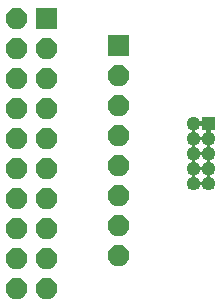
<source format=gbr>
G04 #@! TF.GenerationSoftware,KiCad,Pcbnew,(5.1.6-0-10_14)*
G04 #@! TF.CreationDate,2020-06-06T21:07:02+01:00*
G04 #@! TF.ProjectId,JLinkSWD,4a4c696e-6b53-4574-942e-6b696361645f,rev?*
G04 #@! TF.SameCoordinates,Original*
G04 #@! TF.FileFunction,Soldermask,Top*
G04 #@! TF.FilePolarity,Negative*
%FSLAX46Y46*%
G04 Gerber Fmt 4.6, Leading zero omitted, Abs format (unit mm)*
G04 Created by KiCad (PCBNEW (5.1.6-0-10_14)) date 2020-06-06 21:07:02*
%MOMM*%
%LPD*%
G01*
G04 APERTURE LIST*
%ADD10C,0.100000*%
G04 APERTURE END LIST*
D10*
G36*
X167499512Y-98163927D02*
G01*
X167648812Y-98193624D01*
X167812784Y-98261544D01*
X167960354Y-98360147D01*
X168085853Y-98485646D01*
X168184456Y-98633216D01*
X168252376Y-98797188D01*
X168287000Y-98971259D01*
X168287000Y-99148741D01*
X168252376Y-99322812D01*
X168184456Y-99486784D01*
X168085853Y-99634354D01*
X167960354Y-99759853D01*
X167812784Y-99858456D01*
X167648812Y-99926376D01*
X167499512Y-99956073D01*
X167474742Y-99961000D01*
X167297258Y-99961000D01*
X167272488Y-99956073D01*
X167123188Y-99926376D01*
X166959216Y-99858456D01*
X166811646Y-99759853D01*
X166686147Y-99634354D01*
X166587544Y-99486784D01*
X166519624Y-99322812D01*
X166485000Y-99148741D01*
X166485000Y-98971259D01*
X166519624Y-98797188D01*
X166587544Y-98633216D01*
X166686147Y-98485646D01*
X166811646Y-98360147D01*
X166959216Y-98261544D01*
X167123188Y-98193624D01*
X167272488Y-98163927D01*
X167297258Y-98159000D01*
X167474742Y-98159000D01*
X167499512Y-98163927D01*
G37*
G36*
X164959512Y-98163927D02*
G01*
X165108812Y-98193624D01*
X165272784Y-98261544D01*
X165420354Y-98360147D01*
X165545853Y-98485646D01*
X165644456Y-98633216D01*
X165712376Y-98797188D01*
X165747000Y-98971259D01*
X165747000Y-99148741D01*
X165712376Y-99322812D01*
X165644456Y-99486784D01*
X165545853Y-99634354D01*
X165420354Y-99759853D01*
X165272784Y-99858456D01*
X165108812Y-99926376D01*
X164959512Y-99956073D01*
X164934742Y-99961000D01*
X164757258Y-99961000D01*
X164732488Y-99956073D01*
X164583188Y-99926376D01*
X164419216Y-99858456D01*
X164271646Y-99759853D01*
X164146147Y-99634354D01*
X164047544Y-99486784D01*
X163979624Y-99322812D01*
X163945000Y-99148741D01*
X163945000Y-98971259D01*
X163979624Y-98797188D01*
X164047544Y-98633216D01*
X164146147Y-98485646D01*
X164271646Y-98360147D01*
X164419216Y-98261544D01*
X164583188Y-98193624D01*
X164732488Y-98163927D01*
X164757258Y-98159000D01*
X164934742Y-98159000D01*
X164959512Y-98163927D01*
G37*
G36*
X167499512Y-95623927D02*
G01*
X167648812Y-95653624D01*
X167812784Y-95721544D01*
X167960354Y-95820147D01*
X168085853Y-95945646D01*
X168184456Y-96093216D01*
X168252376Y-96257188D01*
X168287000Y-96431259D01*
X168287000Y-96608741D01*
X168252376Y-96782812D01*
X168184456Y-96946784D01*
X168085853Y-97094354D01*
X167960354Y-97219853D01*
X167812784Y-97318456D01*
X167648812Y-97386376D01*
X167499512Y-97416073D01*
X167474742Y-97421000D01*
X167297258Y-97421000D01*
X167272488Y-97416073D01*
X167123188Y-97386376D01*
X166959216Y-97318456D01*
X166811646Y-97219853D01*
X166686147Y-97094354D01*
X166587544Y-96946784D01*
X166519624Y-96782812D01*
X166485000Y-96608741D01*
X166485000Y-96431259D01*
X166519624Y-96257188D01*
X166587544Y-96093216D01*
X166686147Y-95945646D01*
X166811646Y-95820147D01*
X166959216Y-95721544D01*
X167123188Y-95653624D01*
X167272488Y-95623927D01*
X167297258Y-95619000D01*
X167474742Y-95619000D01*
X167499512Y-95623927D01*
G37*
G36*
X164959512Y-95623927D02*
G01*
X165108812Y-95653624D01*
X165272784Y-95721544D01*
X165420354Y-95820147D01*
X165545853Y-95945646D01*
X165644456Y-96093216D01*
X165712376Y-96257188D01*
X165747000Y-96431259D01*
X165747000Y-96608741D01*
X165712376Y-96782812D01*
X165644456Y-96946784D01*
X165545853Y-97094354D01*
X165420354Y-97219853D01*
X165272784Y-97318456D01*
X165108812Y-97386376D01*
X164959512Y-97416073D01*
X164934742Y-97421000D01*
X164757258Y-97421000D01*
X164732488Y-97416073D01*
X164583188Y-97386376D01*
X164419216Y-97318456D01*
X164271646Y-97219853D01*
X164146147Y-97094354D01*
X164047544Y-96946784D01*
X163979624Y-96782812D01*
X163945000Y-96608741D01*
X163945000Y-96431259D01*
X163979624Y-96257188D01*
X164047544Y-96093216D01*
X164146147Y-95945646D01*
X164271646Y-95820147D01*
X164419216Y-95721544D01*
X164583188Y-95653624D01*
X164732488Y-95623927D01*
X164757258Y-95619000D01*
X164934742Y-95619000D01*
X164959512Y-95623927D01*
G37*
G36*
X173595512Y-95369927D02*
G01*
X173744812Y-95399624D01*
X173908784Y-95467544D01*
X174056354Y-95566147D01*
X174181853Y-95691646D01*
X174280456Y-95839216D01*
X174348376Y-96003188D01*
X174383000Y-96177259D01*
X174383000Y-96354741D01*
X174348376Y-96528812D01*
X174280456Y-96692784D01*
X174181853Y-96840354D01*
X174056354Y-96965853D01*
X173908784Y-97064456D01*
X173744812Y-97132376D01*
X173595512Y-97162073D01*
X173570742Y-97167000D01*
X173393258Y-97167000D01*
X173368488Y-97162073D01*
X173219188Y-97132376D01*
X173055216Y-97064456D01*
X172907646Y-96965853D01*
X172782147Y-96840354D01*
X172683544Y-96692784D01*
X172615624Y-96528812D01*
X172581000Y-96354741D01*
X172581000Y-96177259D01*
X172615624Y-96003188D01*
X172683544Y-95839216D01*
X172782147Y-95691646D01*
X172907646Y-95566147D01*
X173055216Y-95467544D01*
X173219188Y-95399624D01*
X173368488Y-95369927D01*
X173393258Y-95365000D01*
X173570742Y-95365000D01*
X173595512Y-95369927D01*
G37*
G36*
X167499512Y-93083927D02*
G01*
X167648812Y-93113624D01*
X167812784Y-93181544D01*
X167960354Y-93280147D01*
X168085853Y-93405646D01*
X168184456Y-93553216D01*
X168252376Y-93717188D01*
X168287000Y-93891259D01*
X168287000Y-94068741D01*
X168252376Y-94242812D01*
X168184456Y-94406784D01*
X168085853Y-94554354D01*
X167960354Y-94679853D01*
X167812784Y-94778456D01*
X167648812Y-94846376D01*
X167499512Y-94876073D01*
X167474742Y-94881000D01*
X167297258Y-94881000D01*
X167272488Y-94876073D01*
X167123188Y-94846376D01*
X166959216Y-94778456D01*
X166811646Y-94679853D01*
X166686147Y-94554354D01*
X166587544Y-94406784D01*
X166519624Y-94242812D01*
X166485000Y-94068741D01*
X166485000Y-93891259D01*
X166519624Y-93717188D01*
X166587544Y-93553216D01*
X166686147Y-93405646D01*
X166811646Y-93280147D01*
X166959216Y-93181544D01*
X167123188Y-93113624D01*
X167272488Y-93083927D01*
X167297258Y-93079000D01*
X167474742Y-93079000D01*
X167499512Y-93083927D01*
G37*
G36*
X164959512Y-93083927D02*
G01*
X165108812Y-93113624D01*
X165272784Y-93181544D01*
X165420354Y-93280147D01*
X165545853Y-93405646D01*
X165644456Y-93553216D01*
X165712376Y-93717188D01*
X165747000Y-93891259D01*
X165747000Y-94068741D01*
X165712376Y-94242812D01*
X165644456Y-94406784D01*
X165545853Y-94554354D01*
X165420354Y-94679853D01*
X165272784Y-94778456D01*
X165108812Y-94846376D01*
X164959512Y-94876073D01*
X164934742Y-94881000D01*
X164757258Y-94881000D01*
X164732488Y-94876073D01*
X164583188Y-94846376D01*
X164419216Y-94778456D01*
X164271646Y-94679853D01*
X164146147Y-94554354D01*
X164047544Y-94406784D01*
X163979624Y-94242812D01*
X163945000Y-94068741D01*
X163945000Y-93891259D01*
X163979624Y-93717188D01*
X164047544Y-93553216D01*
X164146147Y-93405646D01*
X164271646Y-93280147D01*
X164419216Y-93181544D01*
X164583188Y-93113624D01*
X164732488Y-93083927D01*
X164757258Y-93079000D01*
X164934742Y-93079000D01*
X164959512Y-93083927D01*
G37*
G36*
X173595512Y-92829927D02*
G01*
X173744812Y-92859624D01*
X173908784Y-92927544D01*
X174056354Y-93026147D01*
X174181853Y-93151646D01*
X174280456Y-93299216D01*
X174348376Y-93463188D01*
X174383000Y-93637259D01*
X174383000Y-93814741D01*
X174348376Y-93988812D01*
X174280456Y-94152784D01*
X174181853Y-94300354D01*
X174056354Y-94425853D01*
X173908784Y-94524456D01*
X173744812Y-94592376D01*
X173595512Y-94622073D01*
X173570742Y-94627000D01*
X173393258Y-94627000D01*
X173368488Y-94622073D01*
X173219188Y-94592376D01*
X173055216Y-94524456D01*
X172907646Y-94425853D01*
X172782147Y-94300354D01*
X172683544Y-94152784D01*
X172615624Y-93988812D01*
X172581000Y-93814741D01*
X172581000Y-93637259D01*
X172615624Y-93463188D01*
X172683544Y-93299216D01*
X172782147Y-93151646D01*
X172907646Y-93026147D01*
X173055216Y-92927544D01*
X173219188Y-92859624D01*
X173368488Y-92829927D01*
X173393258Y-92825000D01*
X173570742Y-92825000D01*
X173595512Y-92829927D01*
G37*
G36*
X167499512Y-90543927D02*
G01*
X167648812Y-90573624D01*
X167812784Y-90641544D01*
X167960354Y-90740147D01*
X168085853Y-90865646D01*
X168184456Y-91013216D01*
X168252376Y-91177188D01*
X168287000Y-91351259D01*
X168287000Y-91528741D01*
X168252376Y-91702812D01*
X168184456Y-91866784D01*
X168085853Y-92014354D01*
X167960354Y-92139853D01*
X167812784Y-92238456D01*
X167648812Y-92306376D01*
X167499512Y-92336073D01*
X167474742Y-92341000D01*
X167297258Y-92341000D01*
X167272488Y-92336073D01*
X167123188Y-92306376D01*
X166959216Y-92238456D01*
X166811646Y-92139853D01*
X166686147Y-92014354D01*
X166587544Y-91866784D01*
X166519624Y-91702812D01*
X166485000Y-91528741D01*
X166485000Y-91351259D01*
X166519624Y-91177188D01*
X166587544Y-91013216D01*
X166686147Y-90865646D01*
X166811646Y-90740147D01*
X166959216Y-90641544D01*
X167123188Y-90573624D01*
X167272488Y-90543927D01*
X167297258Y-90539000D01*
X167474742Y-90539000D01*
X167499512Y-90543927D01*
G37*
G36*
X164959512Y-90543927D02*
G01*
X165108812Y-90573624D01*
X165272784Y-90641544D01*
X165420354Y-90740147D01*
X165545853Y-90865646D01*
X165644456Y-91013216D01*
X165712376Y-91177188D01*
X165747000Y-91351259D01*
X165747000Y-91528741D01*
X165712376Y-91702812D01*
X165644456Y-91866784D01*
X165545853Y-92014354D01*
X165420354Y-92139853D01*
X165272784Y-92238456D01*
X165108812Y-92306376D01*
X164959512Y-92336073D01*
X164934742Y-92341000D01*
X164757258Y-92341000D01*
X164732488Y-92336073D01*
X164583188Y-92306376D01*
X164419216Y-92238456D01*
X164271646Y-92139853D01*
X164146147Y-92014354D01*
X164047544Y-91866784D01*
X163979624Y-91702812D01*
X163945000Y-91528741D01*
X163945000Y-91351259D01*
X163979624Y-91177188D01*
X164047544Y-91013216D01*
X164146147Y-90865646D01*
X164271646Y-90740147D01*
X164419216Y-90641544D01*
X164583188Y-90573624D01*
X164732488Y-90543927D01*
X164757258Y-90539000D01*
X164934742Y-90539000D01*
X164959512Y-90543927D01*
G37*
G36*
X173595512Y-90289927D02*
G01*
X173744812Y-90319624D01*
X173908784Y-90387544D01*
X174056354Y-90486147D01*
X174181853Y-90611646D01*
X174280456Y-90759216D01*
X174348376Y-90923188D01*
X174383000Y-91097259D01*
X174383000Y-91274741D01*
X174348376Y-91448812D01*
X174280456Y-91612784D01*
X174181853Y-91760354D01*
X174056354Y-91885853D01*
X173908784Y-91984456D01*
X173744812Y-92052376D01*
X173595512Y-92082073D01*
X173570742Y-92087000D01*
X173393258Y-92087000D01*
X173368488Y-92082073D01*
X173219188Y-92052376D01*
X173055216Y-91984456D01*
X172907646Y-91885853D01*
X172782147Y-91760354D01*
X172683544Y-91612784D01*
X172615624Y-91448812D01*
X172581000Y-91274741D01*
X172581000Y-91097259D01*
X172615624Y-90923188D01*
X172683544Y-90759216D01*
X172782147Y-90611646D01*
X172907646Y-90486147D01*
X173055216Y-90387544D01*
X173219188Y-90319624D01*
X173368488Y-90289927D01*
X173393258Y-90285000D01*
X173570742Y-90285000D01*
X173595512Y-90289927D01*
G37*
G36*
X179992721Y-84560174D02*
G01*
X180092995Y-84601709D01*
X180137812Y-84631655D01*
X180183242Y-84662010D01*
X180259990Y-84738758D01*
X180259991Y-84738760D01*
X180322068Y-84831664D01*
X180337614Y-84850606D01*
X180356556Y-84866151D01*
X180378167Y-84877702D01*
X180401615Y-84884815D01*
X180426002Y-84887217D01*
X180450388Y-84884815D01*
X180473837Y-84877702D01*
X180495447Y-84866151D01*
X180514389Y-84850605D01*
X180529934Y-84831663D01*
X180541485Y-84810052D01*
X180548598Y-84786604D01*
X180551000Y-84762218D01*
X180551000Y-84539000D01*
X181653000Y-84539000D01*
X181653000Y-85641000D01*
X181429782Y-85641000D01*
X181405396Y-85643402D01*
X181381947Y-85650515D01*
X181360336Y-85662066D01*
X181341394Y-85677611D01*
X181325849Y-85696553D01*
X181314298Y-85718164D01*
X181307185Y-85741613D01*
X181304783Y-85765999D01*
X181307185Y-85790385D01*
X181314298Y-85813834D01*
X181325849Y-85835445D01*
X181341394Y-85854387D01*
X181360336Y-85869932D01*
X181421816Y-85911012D01*
X181453242Y-85932010D01*
X181529990Y-86008758D01*
X181529991Y-86008760D01*
X181590291Y-86099005D01*
X181631826Y-86199279D01*
X181653000Y-86305730D01*
X181653000Y-86414270D01*
X181631826Y-86520721D01*
X181590291Y-86620995D01*
X181589077Y-86622812D01*
X181529990Y-86711242D01*
X181453242Y-86787990D01*
X181426509Y-86805852D01*
X181362995Y-86848291D01*
X181287611Y-86879516D01*
X181266000Y-86891067D01*
X181247059Y-86906612D01*
X181231513Y-86925554D01*
X181219962Y-86947165D01*
X181212849Y-86970614D01*
X181210447Y-86995000D01*
X181212849Y-87019386D01*
X181219962Y-87042835D01*
X181231513Y-87064446D01*
X181247058Y-87083387D01*
X181266000Y-87098933D01*
X181287611Y-87110484D01*
X181362995Y-87141709D01*
X181407812Y-87171655D01*
X181453242Y-87202010D01*
X181529990Y-87278758D01*
X181529991Y-87278760D01*
X181590291Y-87369005D01*
X181631826Y-87469279D01*
X181653000Y-87575730D01*
X181653000Y-87684270D01*
X181631826Y-87790721D01*
X181590291Y-87890995D01*
X181590290Y-87890996D01*
X181529990Y-87981242D01*
X181453242Y-88057990D01*
X181407812Y-88088345D01*
X181362995Y-88118291D01*
X181287611Y-88149516D01*
X181266000Y-88161067D01*
X181247059Y-88176612D01*
X181231513Y-88195554D01*
X181219962Y-88217165D01*
X181212849Y-88240614D01*
X181210447Y-88265000D01*
X181212849Y-88289386D01*
X181219962Y-88312835D01*
X181231513Y-88334446D01*
X181247058Y-88353387D01*
X181266000Y-88368933D01*
X181287611Y-88380484D01*
X181362995Y-88411709D01*
X181362996Y-88411710D01*
X181453242Y-88472010D01*
X181529990Y-88548758D01*
X181529991Y-88548760D01*
X181590291Y-88639005D01*
X181631826Y-88739279D01*
X181653000Y-88845730D01*
X181653000Y-88954270D01*
X181631826Y-89060721D01*
X181590291Y-89160995D01*
X181589077Y-89162812D01*
X181529990Y-89251242D01*
X181453242Y-89327990D01*
X181426509Y-89345852D01*
X181362995Y-89388291D01*
X181287611Y-89419516D01*
X181266000Y-89431067D01*
X181247059Y-89446612D01*
X181231513Y-89465554D01*
X181219962Y-89487165D01*
X181212849Y-89510614D01*
X181210447Y-89535000D01*
X181212849Y-89559386D01*
X181219962Y-89582835D01*
X181231513Y-89604446D01*
X181247058Y-89623387D01*
X181266000Y-89638933D01*
X181287611Y-89650484D01*
X181362995Y-89681709D01*
X181407812Y-89711655D01*
X181453242Y-89742010D01*
X181529990Y-89818758D01*
X181529991Y-89818760D01*
X181590291Y-89909005D01*
X181631826Y-90009279D01*
X181653000Y-90115730D01*
X181653000Y-90224270D01*
X181631826Y-90330721D01*
X181590291Y-90430995D01*
X181590290Y-90430996D01*
X181529990Y-90521242D01*
X181453242Y-90597990D01*
X181407812Y-90628345D01*
X181362995Y-90658291D01*
X181262721Y-90699826D01*
X181156270Y-90721000D01*
X181047730Y-90721000D01*
X180941279Y-90699826D01*
X180841005Y-90658291D01*
X180796188Y-90628345D01*
X180750758Y-90597990D01*
X180674010Y-90521242D01*
X180613710Y-90430996D01*
X180613709Y-90430995D01*
X180582484Y-90355611D01*
X180570933Y-90334000D01*
X180555388Y-90315059D01*
X180536446Y-90299513D01*
X180514835Y-90287962D01*
X180491386Y-90280849D01*
X180467000Y-90278447D01*
X180442614Y-90280849D01*
X180419165Y-90287962D01*
X180397554Y-90299513D01*
X180378613Y-90315058D01*
X180363067Y-90334000D01*
X180351516Y-90355611D01*
X180320291Y-90430995D01*
X180320290Y-90430996D01*
X180259990Y-90521242D01*
X180183242Y-90597990D01*
X180137812Y-90628345D01*
X180092995Y-90658291D01*
X179992721Y-90699826D01*
X179886270Y-90721000D01*
X179777730Y-90721000D01*
X179671279Y-90699826D01*
X179571005Y-90658291D01*
X179526188Y-90628345D01*
X179480758Y-90597990D01*
X179404010Y-90521242D01*
X179343710Y-90430996D01*
X179343709Y-90430995D01*
X179302174Y-90330721D01*
X179281000Y-90224270D01*
X179281000Y-90115730D01*
X179302174Y-90009279D01*
X179343709Y-89909005D01*
X179404009Y-89818760D01*
X179404010Y-89818758D01*
X179480758Y-89742010D01*
X179526188Y-89711655D01*
X179571005Y-89681709D01*
X179646389Y-89650484D01*
X179668000Y-89638933D01*
X179686941Y-89623388D01*
X179702487Y-89604446D01*
X179714038Y-89582835D01*
X179721151Y-89559386D01*
X179723553Y-89535000D01*
X179940447Y-89535000D01*
X179942849Y-89559386D01*
X179949962Y-89582835D01*
X179961513Y-89604446D01*
X179977058Y-89623387D01*
X179996000Y-89638933D01*
X180017611Y-89650484D01*
X180092995Y-89681709D01*
X180137812Y-89711655D01*
X180183242Y-89742010D01*
X180259990Y-89818758D01*
X180259991Y-89818760D01*
X180320291Y-89909005D01*
X180351516Y-89984389D01*
X180363067Y-90006000D01*
X180378612Y-90024941D01*
X180397554Y-90040487D01*
X180419165Y-90052038D01*
X180442614Y-90059151D01*
X180467000Y-90061553D01*
X180491386Y-90059151D01*
X180514835Y-90052038D01*
X180536446Y-90040487D01*
X180555387Y-90024942D01*
X180570933Y-90006000D01*
X180582484Y-89984389D01*
X180613709Y-89909005D01*
X180674009Y-89818760D01*
X180674010Y-89818758D01*
X180750758Y-89742010D01*
X180796188Y-89711655D01*
X180841005Y-89681709D01*
X180916389Y-89650484D01*
X180938000Y-89638933D01*
X180956941Y-89623388D01*
X180972487Y-89604446D01*
X180984038Y-89582835D01*
X180991151Y-89559386D01*
X180993553Y-89535000D01*
X180991151Y-89510614D01*
X180984038Y-89487165D01*
X180972487Y-89465554D01*
X180956942Y-89446613D01*
X180938000Y-89431067D01*
X180916389Y-89419516D01*
X180841005Y-89388291D01*
X180777491Y-89345852D01*
X180750758Y-89327990D01*
X180674010Y-89251242D01*
X180614923Y-89162812D01*
X180613709Y-89160995D01*
X180582484Y-89085611D01*
X180570933Y-89064000D01*
X180555388Y-89045059D01*
X180536446Y-89029513D01*
X180514835Y-89017962D01*
X180491386Y-89010849D01*
X180467000Y-89008447D01*
X180442614Y-89010849D01*
X180419165Y-89017962D01*
X180397554Y-89029513D01*
X180378613Y-89045058D01*
X180363067Y-89064000D01*
X180351516Y-89085611D01*
X180320291Y-89160995D01*
X180319077Y-89162812D01*
X180259990Y-89251242D01*
X180183242Y-89327990D01*
X180156509Y-89345852D01*
X180092995Y-89388291D01*
X180017611Y-89419516D01*
X179996000Y-89431067D01*
X179977059Y-89446612D01*
X179961513Y-89465554D01*
X179949962Y-89487165D01*
X179942849Y-89510614D01*
X179940447Y-89535000D01*
X179723553Y-89535000D01*
X179721151Y-89510614D01*
X179714038Y-89487165D01*
X179702487Y-89465554D01*
X179686942Y-89446613D01*
X179668000Y-89431067D01*
X179646389Y-89419516D01*
X179571005Y-89388291D01*
X179507491Y-89345852D01*
X179480758Y-89327990D01*
X179404010Y-89251242D01*
X179344923Y-89162812D01*
X179343709Y-89160995D01*
X179302174Y-89060721D01*
X179281000Y-88954270D01*
X179281000Y-88845730D01*
X179302174Y-88739279D01*
X179343709Y-88639005D01*
X179404009Y-88548760D01*
X179404010Y-88548758D01*
X179480758Y-88472010D01*
X179571004Y-88411710D01*
X179571005Y-88411709D01*
X179646389Y-88380484D01*
X179668000Y-88368933D01*
X179686941Y-88353388D01*
X179702487Y-88334446D01*
X179714038Y-88312835D01*
X179721151Y-88289386D01*
X179723553Y-88265000D01*
X179940447Y-88265000D01*
X179942849Y-88289386D01*
X179949962Y-88312835D01*
X179961513Y-88334446D01*
X179977058Y-88353387D01*
X179996000Y-88368933D01*
X180017611Y-88380484D01*
X180092995Y-88411709D01*
X180092996Y-88411710D01*
X180183242Y-88472010D01*
X180259990Y-88548758D01*
X180259991Y-88548760D01*
X180320291Y-88639005D01*
X180351516Y-88714389D01*
X180363067Y-88736000D01*
X180378612Y-88754941D01*
X180397554Y-88770487D01*
X180419165Y-88782038D01*
X180442614Y-88789151D01*
X180467000Y-88791553D01*
X180491386Y-88789151D01*
X180514835Y-88782038D01*
X180536446Y-88770487D01*
X180555387Y-88754942D01*
X180570933Y-88736000D01*
X180582484Y-88714389D01*
X180613709Y-88639005D01*
X180674009Y-88548760D01*
X180674010Y-88548758D01*
X180750758Y-88472010D01*
X180841004Y-88411710D01*
X180841005Y-88411709D01*
X180916389Y-88380484D01*
X180938000Y-88368933D01*
X180956941Y-88353388D01*
X180972487Y-88334446D01*
X180984038Y-88312835D01*
X180991151Y-88289386D01*
X180993553Y-88265000D01*
X180991151Y-88240614D01*
X180984038Y-88217165D01*
X180972487Y-88195554D01*
X180956942Y-88176613D01*
X180938000Y-88161067D01*
X180916389Y-88149516D01*
X180841005Y-88118291D01*
X180796188Y-88088345D01*
X180750758Y-88057990D01*
X180674010Y-87981242D01*
X180613710Y-87890996D01*
X180613709Y-87890995D01*
X180582484Y-87815611D01*
X180570933Y-87794000D01*
X180555388Y-87775059D01*
X180536446Y-87759513D01*
X180514835Y-87747962D01*
X180491386Y-87740849D01*
X180467000Y-87738447D01*
X180442614Y-87740849D01*
X180419165Y-87747962D01*
X180397554Y-87759513D01*
X180378613Y-87775058D01*
X180363067Y-87794000D01*
X180351516Y-87815611D01*
X180320291Y-87890995D01*
X180320290Y-87890996D01*
X180259990Y-87981242D01*
X180183242Y-88057990D01*
X180137812Y-88088345D01*
X180092995Y-88118291D01*
X180017611Y-88149516D01*
X179996000Y-88161067D01*
X179977059Y-88176612D01*
X179961513Y-88195554D01*
X179949962Y-88217165D01*
X179942849Y-88240614D01*
X179940447Y-88265000D01*
X179723553Y-88265000D01*
X179721151Y-88240614D01*
X179714038Y-88217165D01*
X179702487Y-88195554D01*
X179686942Y-88176613D01*
X179668000Y-88161067D01*
X179646389Y-88149516D01*
X179571005Y-88118291D01*
X179526188Y-88088345D01*
X179480758Y-88057990D01*
X179404010Y-87981242D01*
X179343710Y-87890996D01*
X179343709Y-87890995D01*
X179302174Y-87790721D01*
X179281000Y-87684270D01*
X179281000Y-87575730D01*
X179302174Y-87469279D01*
X179343709Y-87369005D01*
X179404009Y-87278760D01*
X179404010Y-87278758D01*
X179480758Y-87202010D01*
X179526188Y-87171655D01*
X179571005Y-87141709D01*
X179646389Y-87110484D01*
X179668000Y-87098933D01*
X179686941Y-87083388D01*
X179702487Y-87064446D01*
X179714038Y-87042835D01*
X179721151Y-87019386D01*
X179723553Y-86995000D01*
X179940447Y-86995000D01*
X179942849Y-87019386D01*
X179949962Y-87042835D01*
X179961513Y-87064446D01*
X179977058Y-87083387D01*
X179996000Y-87098933D01*
X180017611Y-87110484D01*
X180092995Y-87141709D01*
X180137812Y-87171655D01*
X180183242Y-87202010D01*
X180259990Y-87278758D01*
X180259991Y-87278760D01*
X180320291Y-87369005D01*
X180351516Y-87444389D01*
X180363067Y-87466000D01*
X180378612Y-87484941D01*
X180397554Y-87500487D01*
X180419165Y-87512038D01*
X180442614Y-87519151D01*
X180467000Y-87521553D01*
X180491386Y-87519151D01*
X180514835Y-87512038D01*
X180536446Y-87500487D01*
X180555387Y-87484942D01*
X180570933Y-87466000D01*
X180582484Y-87444389D01*
X180613709Y-87369005D01*
X180674009Y-87278760D01*
X180674010Y-87278758D01*
X180750758Y-87202010D01*
X180796188Y-87171655D01*
X180841005Y-87141709D01*
X180916389Y-87110484D01*
X180938000Y-87098933D01*
X180956941Y-87083388D01*
X180972487Y-87064446D01*
X180984038Y-87042835D01*
X180991151Y-87019386D01*
X180993553Y-86995000D01*
X180991151Y-86970614D01*
X180984038Y-86947165D01*
X180972487Y-86925554D01*
X180956942Y-86906613D01*
X180938000Y-86891067D01*
X180916389Y-86879516D01*
X180841005Y-86848291D01*
X180777491Y-86805852D01*
X180750758Y-86787990D01*
X180674010Y-86711242D01*
X180614923Y-86622812D01*
X180613709Y-86620995D01*
X180582484Y-86545611D01*
X180570933Y-86524000D01*
X180555388Y-86505059D01*
X180536446Y-86489513D01*
X180514835Y-86477962D01*
X180491386Y-86470849D01*
X180467000Y-86468447D01*
X180442614Y-86470849D01*
X180419165Y-86477962D01*
X180397554Y-86489513D01*
X180378613Y-86505058D01*
X180363067Y-86524000D01*
X180351516Y-86545611D01*
X180320291Y-86620995D01*
X180319077Y-86622812D01*
X180259990Y-86711242D01*
X180183242Y-86787990D01*
X180156509Y-86805852D01*
X180092995Y-86848291D01*
X180017611Y-86879516D01*
X179996000Y-86891067D01*
X179977059Y-86906612D01*
X179961513Y-86925554D01*
X179949962Y-86947165D01*
X179942849Y-86970614D01*
X179940447Y-86995000D01*
X179723553Y-86995000D01*
X179721151Y-86970614D01*
X179714038Y-86947165D01*
X179702487Y-86925554D01*
X179686942Y-86906613D01*
X179668000Y-86891067D01*
X179646389Y-86879516D01*
X179571005Y-86848291D01*
X179507491Y-86805852D01*
X179480758Y-86787990D01*
X179404010Y-86711242D01*
X179344923Y-86622812D01*
X179343709Y-86620995D01*
X179302174Y-86520721D01*
X179281000Y-86414270D01*
X179281000Y-86305730D01*
X179302174Y-86199279D01*
X179343709Y-86099005D01*
X179404009Y-86008760D01*
X179404010Y-86008758D01*
X179480758Y-85932010D01*
X179571004Y-85871710D01*
X179571005Y-85871709D01*
X179646389Y-85840484D01*
X179668000Y-85828933D01*
X179686941Y-85813388D01*
X179702487Y-85794446D01*
X179714038Y-85772835D01*
X179721151Y-85749386D01*
X179723553Y-85725000D01*
X179940447Y-85725000D01*
X179942849Y-85749386D01*
X179949962Y-85772835D01*
X179961513Y-85794446D01*
X179977058Y-85813387D01*
X179996000Y-85828933D01*
X180017611Y-85840484D01*
X180092995Y-85871709D01*
X180092996Y-85871710D01*
X180183242Y-85932010D01*
X180259990Y-86008758D01*
X180259991Y-86008760D01*
X180320291Y-86099005D01*
X180351516Y-86174389D01*
X180363067Y-86196000D01*
X180378612Y-86214941D01*
X180397554Y-86230487D01*
X180419165Y-86242038D01*
X180442614Y-86249151D01*
X180467000Y-86251553D01*
X180491386Y-86249151D01*
X180514835Y-86242038D01*
X180536446Y-86230487D01*
X180555387Y-86214942D01*
X180570933Y-86196000D01*
X180582484Y-86174389D01*
X180613709Y-86099005D01*
X180674009Y-86008760D01*
X180674010Y-86008758D01*
X180750758Y-85932010D01*
X180782184Y-85911012D01*
X180843664Y-85869932D01*
X180862606Y-85854386D01*
X180878151Y-85835444D01*
X180889702Y-85813833D01*
X180896815Y-85790385D01*
X180899217Y-85765998D01*
X180896815Y-85741612D01*
X180889702Y-85718163D01*
X180878151Y-85696553D01*
X180862605Y-85677611D01*
X180843663Y-85662066D01*
X180822052Y-85650515D01*
X180798604Y-85643402D01*
X180774218Y-85641000D01*
X180551000Y-85641000D01*
X180551000Y-85417782D01*
X180548598Y-85393396D01*
X180541485Y-85369947D01*
X180529934Y-85348336D01*
X180514389Y-85329394D01*
X180495447Y-85313849D01*
X180473836Y-85302298D01*
X180450387Y-85295185D01*
X180426001Y-85292783D01*
X180401615Y-85295185D01*
X180378166Y-85302298D01*
X180356555Y-85313849D01*
X180337613Y-85329394D01*
X180322068Y-85348336D01*
X180283440Y-85406147D01*
X180259990Y-85441242D01*
X180183242Y-85517990D01*
X180137812Y-85548345D01*
X180092995Y-85578291D01*
X180017611Y-85609516D01*
X179996000Y-85621067D01*
X179977059Y-85636612D01*
X179961513Y-85655554D01*
X179949962Y-85677165D01*
X179942849Y-85700614D01*
X179940447Y-85725000D01*
X179723553Y-85725000D01*
X179721151Y-85700614D01*
X179714038Y-85677165D01*
X179702487Y-85655554D01*
X179686942Y-85636613D01*
X179668000Y-85621067D01*
X179646389Y-85609516D01*
X179571005Y-85578291D01*
X179526188Y-85548345D01*
X179480758Y-85517990D01*
X179404010Y-85441242D01*
X179372041Y-85393396D01*
X179343709Y-85350995D01*
X179302174Y-85250721D01*
X179281000Y-85144270D01*
X179281000Y-85035730D01*
X179302174Y-84929279D01*
X179343709Y-84829005D01*
X179404009Y-84738760D01*
X179404010Y-84738758D01*
X179480758Y-84662010D01*
X179526188Y-84631655D01*
X179571005Y-84601709D01*
X179671279Y-84560174D01*
X179777730Y-84539000D01*
X179886270Y-84539000D01*
X179992721Y-84560174D01*
G37*
G36*
X167499512Y-88003927D02*
G01*
X167648812Y-88033624D01*
X167812784Y-88101544D01*
X167960354Y-88200147D01*
X168085853Y-88325646D01*
X168184456Y-88473216D01*
X168252376Y-88637188D01*
X168287000Y-88811259D01*
X168287000Y-88988741D01*
X168252376Y-89162812D01*
X168184456Y-89326784D01*
X168085853Y-89474354D01*
X167960354Y-89599853D01*
X167812784Y-89698456D01*
X167648812Y-89766376D01*
X167499512Y-89796073D01*
X167474742Y-89801000D01*
X167297258Y-89801000D01*
X167272488Y-89796073D01*
X167123188Y-89766376D01*
X166959216Y-89698456D01*
X166811646Y-89599853D01*
X166686147Y-89474354D01*
X166587544Y-89326784D01*
X166519624Y-89162812D01*
X166485000Y-88988741D01*
X166485000Y-88811259D01*
X166519624Y-88637188D01*
X166587544Y-88473216D01*
X166686147Y-88325646D01*
X166811646Y-88200147D01*
X166959216Y-88101544D01*
X167123188Y-88033624D01*
X167272488Y-88003927D01*
X167297258Y-87999000D01*
X167474742Y-87999000D01*
X167499512Y-88003927D01*
G37*
G36*
X164959512Y-88003927D02*
G01*
X165108812Y-88033624D01*
X165272784Y-88101544D01*
X165420354Y-88200147D01*
X165545853Y-88325646D01*
X165644456Y-88473216D01*
X165712376Y-88637188D01*
X165747000Y-88811259D01*
X165747000Y-88988741D01*
X165712376Y-89162812D01*
X165644456Y-89326784D01*
X165545853Y-89474354D01*
X165420354Y-89599853D01*
X165272784Y-89698456D01*
X165108812Y-89766376D01*
X164959512Y-89796073D01*
X164934742Y-89801000D01*
X164757258Y-89801000D01*
X164732488Y-89796073D01*
X164583188Y-89766376D01*
X164419216Y-89698456D01*
X164271646Y-89599853D01*
X164146147Y-89474354D01*
X164047544Y-89326784D01*
X163979624Y-89162812D01*
X163945000Y-88988741D01*
X163945000Y-88811259D01*
X163979624Y-88637188D01*
X164047544Y-88473216D01*
X164146147Y-88325646D01*
X164271646Y-88200147D01*
X164419216Y-88101544D01*
X164583188Y-88033624D01*
X164732488Y-88003927D01*
X164757258Y-87999000D01*
X164934742Y-87999000D01*
X164959512Y-88003927D01*
G37*
G36*
X173595512Y-87749927D02*
G01*
X173744812Y-87779624D01*
X173908784Y-87847544D01*
X174056354Y-87946147D01*
X174181853Y-88071646D01*
X174280456Y-88219216D01*
X174348376Y-88383188D01*
X174378073Y-88532488D01*
X174383000Y-88557258D01*
X174383000Y-88734742D01*
X174378982Y-88754941D01*
X174348376Y-88908812D01*
X174280456Y-89072784D01*
X174181853Y-89220354D01*
X174056354Y-89345853D01*
X173908784Y-89444456D01*
X173744812Y-89512376D01*
X173595512Y-89542073D01*
X173570742Y-89547000D01*
X173393258Y-89547000D01*
X173368488Y-89542073D01*
X173219188Y-89512376D01*
X173055216Y-89444456D01*
X172907646Y-89345853D01*
X172782147Y-89220354D01*
X172683544Y-89072784D01*
X172615624Y-88908812D01*
X172585018Y-88754941D01*
X172581000Y-88734742D01*
X172581000Y-88557258D01*
X172585927Y-88532488D01*
X172615624Y-88383188D01*
X172683544Y-88219216D01*
X172782147Y-88071646D01*
X172907646Y-87946147D01*
X173055216Y-87847544D01*
X173219188Y-87779624D01*
X173368488Y-87749927D01*
X173393258Y-87745000D01*
X173570742Y-87745000D01*
X173595512Y-87749927D01*
G37*
G36*
X167499512Y-85463927D02*
G01*
X167648812Y-85493624D01*
X167812784Y-85561544D01*
X167960354Y-85660147D01*
X168085853Y-85785646D01*
X168184456Y-85933216D01*
X168252376Y-86097188D01*
X168287000Y-86271259D01*
X168287000Y-86448741D01*
X168252376Y-86622812D01*
X168184456Y-86786784D01*
X168085853Y-86934354D01*
X167960354Y-87059853D01*
X167812784Y-87158456D01*
X167648812Y-87226376D01*
X167499512Y-87256073D01*
X167474742Y-87261000D01*
X167297258Y-87261000D01*
X167272488Y-87256073D01*
X167123188Y-87226376D01*
X166959216Y-87158456D01*
X166811646Y-87059853D01*
X166686147Y-86934354D01*
X166587544Y-86786784D01*
X166519624Y-86622812D01*
X166485000Y-86448741D01*
X166485000Y-86271259D01*
X166519624Y-86097188D01*
X166587544Y-85933216D01*
X166686147Y-85785646D01*
X166811646Y-85660147D01*
X166959216Y-85561544D01*
X167123188Y-85493624D01*
X167272488Y-85463927D01*
X167297258Y-85459000D01*
X167474742Y-85459000D01*
X167499512Y-85463927D01*
G37*
G36*
X164959512Y-85463927D02*
G01*
X165108812Y-85493624D01*
X165272784Y-85561544D01*
X165420354Y-85660147D01*
X165545853Y-85785646D01*
X165644456Y-85933216D01*
X165712376Y-86097188D01*
X165747000Y-86271259D01*
X165747000Y-86448741D01*
X165712376Y-86622812D01*
X165644456Y-86786784D01*
X165545853Y-86934354D01*
X165420354Y-87059853D01*
X165272784Y-87158456D01*
X165108812Y-87226376D01*
X164959512Y-87256073D01*
X164934742Y-87261000D01*
X164757258Y-87261000D01*
X164732488Y-87256073D01*
X164583188Y-87226376D01*
X164419216Y-87158456D01*
X164271646Y-87059853D01*
X164146147Y-86934354D01*
X164047544Y-86786784D01*
X163979624Y-86622812D01*
X163945000Y-86448741D01*
X163945000Y-86271259D01*
X163979624Y-86097188D01*
X164047544Y-85933216D01*
X164146147Y-85785646D01*
X164271646Y-85660147D01*
X164419216Y-85561544D01*
X164583188Y-85493624D01*
X164732488Y-85463927D01*
X164757258Y-85459000D01*
X164934742Y-85459000D01*
X164959512Y-85463927D01*
G37*
G36*
X173595512Y-85209927D02*
G01*
X173744812Y-85239624D01*
X173908784Y-85307544D01*
X174056354Y-85406147D01*
X174181853Y-85531646D01*
X174280456Y-85679216D01*
X174348376Y-85843188D01*
X174378073Y-85992488D01*
X174383000Y-86017258D01*
X174383000Y-86194742D01*
X174378982Y-86214941D01*
X174348376Y-86368812D01*
X174280456Y-86532784D01*
X174181853Y-86680354D01*
X174056354Y-86805853D01*
X173908784Y-86904456D01*
X173744812Y-86972376D01*
X173595512Y-87002073D01*
X173570742Y-87007000D01*
X173393258Y-87007000D01*
X173368488Y-87002073D01*
X173219188Y-86972376D01*
X173055216Y-86904456D01*
X172907646Y-86805853D01*
X172782147Y-86680354D01*
X172683544Y-86532784D01*
X172615624Y-86368812D01*
X172585018Y-86214941D01*
X172581000Y-86194742D01*
X172581000Y-86017258D01*
X172585927Y-85992488D01*
X172615624Y-85843188D01*
X172683544Y-85679216D01*
X172782147Y-85531646D01*
X172907646Y-85406147D01*
X173055216Y-85307544D01*
X173219188Y-85239624D01*
X173368488Y-85209927D01*
X173393258Y-85205000D01*
X173570742Y-85205000D01*
X173595512Y-85209927D01*
G37*
G36*
X164959512Y-82923927D02*
G01*
X165108812Y-82953624D01*
X165272784Y-83021544D01*
X165420354Y-83120147D01*
X165545853Y-83245646D01*
X165644456Y-83393216D01*
X165712376Y-83557188D01*
X165747000Y-83731259D01*
X165747000Y-83908741D01*
X165712376Y-84082812D01*
X165644456Y-84246784D01*
X165545853Y-84394354D01*
X165420354Y-84519853D01*
X165272784Y-84618456D01*
X165108812Y-84686376D01*
X164959512Y-84716073D01*
X164934742Y-84721000D01*
X164757258Y-84721000D01*
X164732488Y-84716073D01*
X164583188Y-84686376D01*
X164419216Y-84618456D01*
X164271646Y-84519853D01*
X164146147Y-84394354D01*
X164047544Y-84246784D01*
X163979624Y-84082812D01*
X163945000Y-83908741D01*
X163945000Y-83731259D01*
X163979624Y-83557188D01*
X164047544Y-83393216D01*
X164146147Y-83245646D01*
X164271646Y-83120147D01*
X164419216Y-83021544D01*
X164583188Y-82953624D01*
X164732488Y-82923927D01*
X164757258Y-82919000D01*
X164934742Y-82919000D01*
X164959512Y-82923927D01*
G37*
G36*
X167499512Y-82923927D02*
G01*
X167648812Y-82953624D01*
X167812784Y-83021544D01*
X167960354Y-83120147D01*
X168085853Y-83245646D01*
X168184456Y-83393216D01*
X168252376Y-83557188D01*
X168287000Y-83731259D01*
X168287000Y-83908741D01*
X168252376Y-84082812D01*
X168184456Y-84246784D01*
X168085853Y-84394354D01*
X167960354Y-84519853D01*
X167812784Y-84618456D01*
X167648812Y-84686376D01*
X167499512Y-84716073D01*
X167474742Y-84721000D01*
X167297258Y-84721000D01*
X167272488Y-84716073D01*
X167123188Y-84686376D01*
X166959216Y-84618456D01*
X166811646Y-84519853D01*
X166686147Y-84394354D01*
X166587544Y-84246784D01*
X166519624Y-84082812D01*
X166485000Y-83908741D01*
X166485000Y-83731259D01*
X166519624Y-83557188D01*
X166587544Y-83393216D01*
X166686147Y-83245646D01*
X166811646Y-83120147D01*
X166959216Y-83021544D01*
X167123188Y-82953624D01*
X167272488Y-82923927D01*
X167297258Y-82919000D01*
X167474742Y-82919000D01*
X167499512Y-82923927D01*
G37*
G36*
X173595512Y-82669927D02*
G01*
X173744812Y-82699624D01*
X173908784Y-82767544D01*
X174056354Y-82866147D01*
X174181853Y-82991646D01*
X174280456Y-83139216D01*
X174348376Y-83303188D01*
X174383000Y-83477259D01*
X174383000Y-83654741D01*
X174348376Y-83828812D01*
X174280456Y-83992784D01*
X174181853Y-84140354D01*
X174056354Y-84265853D01*
X173908784Y-84364456D01*
X173744812Y-84432376D01*
X173595512Y-84462073D01*
X173570742Y-84467000D01*
X173393258Y-84467000D01*
X173368488Y-84462073D01*
X173219188Y-84432376D01*
X173055216Y-84364456D01*
X172907646Y-84265853D01*
X172782147Y-84140354D01*
X172683544Y-83992784D01*
X172615624Y-83828812D01*
X172581000Y-83654741D01*
X172581000Y-83477259D01*
X172615624Y-83303188D01*
X172683544Y-83139216D01*
X172782147Y-82991646D01*
X172907646Y-82866147D01*
X173055216Y-82767544D01*
X173219188Y-82699624D01*
X173368488Y-82669927D01*
X173393258Y-82665000D01*
X173570742Y-82665000D01*
X173595512Y-82669927D01*
G37*
G36*
X164959512Y-80383927D02*
G01*
X165108812Y-80413624D01*
X165272784Y-80481544D01*
X165420354Y-80580147D01*
X165545853Y-80705646D01*
X165644456Y-80853216D01*
X165712376Y-81017188D01*
X165747000Y-81191259D01*
X165747000Y-81368741D01*
X165712376Y-81542812D01*
X165644456Y-81706784D01*
X165545853Y-81854354D01*
X165420354Y-81979853D01*
X165272784Y-82078456D01*
X165108812Y-82146376D01*
X164959512Y-82176073D01*
X164934742Y-82181000D01*
X164757258Y-82181000D01*
X164732488Y-82176073D01*
X164583188Y-82146376D01*
X164419216Y-82078456D01*
X164271646Y-81979853D01*
X164146147Y-81854354D01*
X164047544Y-81706784D01*
X163979624Y-81542812D01*
X163945000Y-81368741D01*
X163945000Y-81191259D01*
X163979624Y-81017188D01*
X164047544Y-80853216D01*
X164146147Y-80705646D01*
X164271646Y-80580147D01*
X164419216Y-80481544D01*
X164583188Y-80413624D01*
X164732488Y-80383927D01*
X164757258Y-80379000D01*
X164934742Y-80379000D01*
X164959512Y-80383927D01*
G37*
G36*
X167499512Y-80383927D02*
G01*
X167648812Y-80413624D01*
X167812784Y-80481544D01*
X167960354Y-80580147D01*
X168085853Y-80705646D01*
X168184456Y-80853216D01*
X168252376Y-81017188D01*
X168287000Y-81191259D01*
X168287000Y-81368741D01*
X168252376Y-81542812D01*
X168184456Y-81706784D01*
X168085853Y-81854354D01*
X167960354Y-81979853D01*
X167812784Y-82078456D01*
X167648812Y-82146376D01*
X167499512Y-82176073D01*
X167474742Y-82181000D01*
X167297258Y-82181000D01*
X167272488Y-82176073D01*
X167123188Y-82146376D01*
X166959216Y-82078456D01*
X166811646Y-81979853D01*
X166686147Y-81854354D01*
X166587544Y-81706784D01*
X166519624Y-81542812D01*
X166485000Y-81368741D01*
X166485000Y-81191259D01*
X166519624Y-81017188D01*
X166587544Y-80853216D01*
X166686147Y-80705646D01*
X166811646Y-80580147D01*
X166959216Y-80481544D01*
X167123188Y-80413624D01*
X167272488Y-80383927D01*
X167297258Y-80379000D01*
X167474742Y-80379000D01*
X167499512Y-80383927D01*
G37*
G36*
X173595512Y-80129927D02*
G01*
X173744812Y-80159624D01*
X173908784Y-80227544D01*
X174056354Y-80326147D01*
X174181853Y-80451646D01*
X174280456Y-80599216D01*
X174348376Y-80763188D01*
X174383000Y-80937259D01*
X174383000Y-81114741D01*
X174348376Y-81288812D01*
X174280456Y-81452784D01*
X174181853Y-81600354D01*
X174056354Y-81725853D01*
X173908784Y-81824456D01*
X173744812Y-81892376D01*
X173595512Y-81922073D01*
X173570742Y-81927000D01*
X173393258Y-81927000D01*
X173368488Y-81922073D01*
X173219188Y-81892376D01*
X173055216Y-81824456D01*
X172907646Y-81725853D01*
X172782147Y-81600354D01*
X172683544Y-81452784D01*
X172615624Y-81288812D01*
X172581000Y-81114741D01*
X172581000Y-80937259D01*
X172615624Y-80763188D01*
X172683544Y-80599216D01*
X172782147Y-80451646D01*
X172907646Y-80326147D01*
X173055216Y-80227544D01*
X173219188Y-80159624D01*
X173368488Y-80129927D01*
X173393258Y-80125000D01*
X173570742Y-80125000D01*
X173595512Y-80129927D01*
G37*
G36*
X164959512Y-77843927D02*
G01*
X165108812Y-77873624D01*
X165272784Y-77941544D01*
X165420354Y-78040147D01*
X165545853Y-78165646D01*
X165644456Y-78313216D01*
X165712376Y-78477188D01*
X165747000Y-78651259D01*
X165747000Y-78828741D01*
X165712376Y-79002812D01*
X165644456Y-79166784D01*
X165545853Y-79314354D01*
X165420354Y-79439853D01*
X165272784Y-79538456D01*
X165108812Y-79606376D01*
X164959512Y-79636073D01*
X164934742Y-79641000D01*
X164757258Y-79641000D01*
X164732488Y-79636073D01*
X164583188Y-79606376D01*
X164419216Y-79538456D01*
X164271646Y-79439853D01*
X164146147Y-79314354D01*
X164047544Y-79166784D01*
X163979624Y-79002812D01*
X163945000Y-78828741D01*
X163945000Y-78651259D01*
X163979624Y-78477188D01*
X164047544Y-78313216D01*
X164146147Y-78165646D01*
X164271646Y-78040147D01*
X164419216Y-77941544D01*
X164583188Y-77873624D01*
X164732488Y-77843927D01*
X164757258Y-77839000D01*
X164934742Y-77839000D01*
X164959512Y-77843927D01*
G37*
G36*
X167499512Y-77843927D02*
G01*
X167648812Y-77873624D01*
X167812784Y-77941544D01*
X167960354Y-78040147D01*
X168085853Y-78165646D01*
X168184456Y-78313216D01*
X168252376Y-78477188D01*
X168287000Y-78651259D01*
X168287000Y-78828741D01*
X168252376Y-79002812D01*
X168184456Y-79166784D01*
X168085853Y-79314354D01*
X167960354Y-79439853D01*
X167812784Y-79538456D01*
X167648812Y-79606376D01*
X167499512Y-79636073D01*
X167474742Y-79641000D01*
X167297258Y-79641000D01*
X167272488Y-79636073D01*
X167123188Y-79606376D01*
X166959216Y-79538456D01*
X166811646Y-79439853D01*
X166686147Y-79314354D01*
X166587544Y-79166784D01*
X166519624Y-79002812D01*
X166485000Y-78828741D01*
X166485000Y-78651259D01*
X166519624Y-78477188D01*
X166587544Y-78313216D01*
X166686147Y-78165646D01*
X166811646Y-78040147D01*
X166959216Y-77941544D01*
X167123188Y-77873624D01*
X167272488Y-77843927D01*
X167297258Y-77839000D01*
X167474742Y-77839000D01*
X167499512Y-77843927D01*
G37*
G36*
X174383000Y-79387000D02*
G01*
X172581000Y-79387000D01*
X172581000Y-77585000D01*
X174383000Y-77585000D01*
X174383000Y-79387000D01*
G37*
G36*
X164959512Y-75303927D02*
G01*
X165108812Y-75333624D01*
X165272784Y-75401544D01*
X165420354Y-75500147D01*
X165545853Y-75625646D01*
X165644456Y-75773216D01*
X165712376Y-75937188D01*
X165747000Y-76111259D01*
X165747000Y-76288741D01*
X165712376Y-76462812D01*
X165644456Y-76626784D01*
X165545853Y-76774354D01*
X165420354Y-76899853D01*
X165272784Y-76998456D01*
X165108812Y-77066376D01*
X164959512Y-77096073D01*
X164934742Y-77101000D01*
X164757258Y-77101000D01*
X164732488Y-77096073D01*
X164583188Y-77066376D01*
X164419216Y-76998456D01*
X164271646Y-76899853D01*
X164146147Y-76774354D01*
X164047544Y-76626784D01*
X163979624Y-76462812D01*
X163945000Y-76288741D01*
X163945000Y-76111259D01*
X163979624Y-75937188D01*
X164047544Y-75773216D01*
X164146147Y-75625646D01*
X164271646Y-75500147D01*
X164419216Y-75401544D01*
X164583188Y-75333624D01*
X164732488Y-75303927D01*
X164757258Y-75299000D01*
X164934742Y-75299000D01*
X164959512Y-75303927D01*
G37*
G36*
X168287000Y-77101000D02*
G01*
X166485000Y-77101000D01*
X166485000Y-75299000D01*
X168287000Y-75299000D01*
X168287000Y-77101000D01*
G37*
M02*

</source>
